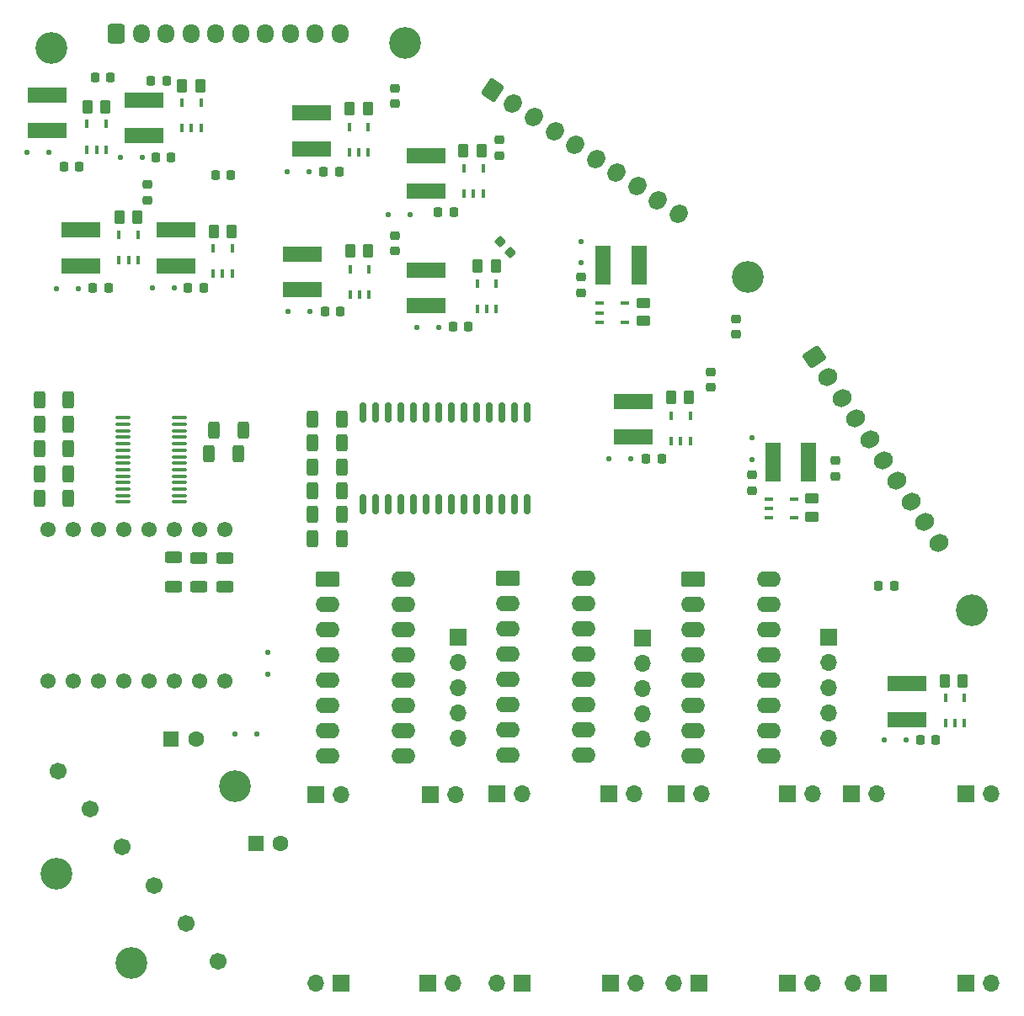
<source format=gbr>
%TF.GenerationSoftware,KiCad,Pcbnew,9.0.0*%
%TF.CreationDate,2025-12-15T13:56:06-05:00*%
%TF.ProjectId,LightDisc,4c696768-7444-4697-9363-2e6b69636164,rev?*%
%TF.SameCoordinates,Original*%
%TF.FileFunction,Soldermask,Top*%
%TF.FilePolarity,Negative*%
%FSLAX46Y46*%
G04 Gerber Fmt 4.6, Leading zero omitted, Abs format (unit mm)*
G04 Created by KiCad (PCBNEW 9.0.0) date 2025-12-15 13:56:06*
%MOMM*%
%LPD*%
G01*
G04 APERTURE LIST*
G04 Aperture macros list*
%AMRoundRect*
0 Rectangle with rounded corners*
0 $1 Rounding radius*
0 $2 $3 $4 $5 $6 $7 $8 $9 X,Y pos of 4 corners*
0 Add a 4 corners polygon primitive as box body*
4,1,4,$2,$3,$4,$5,$6,$7,$8,$9,$2,$3,0*
0 Add four circle primitives for the rounded corners*
1,1,$1+$1,$2,$3*
1,1,$1+$1,$4,$5*
1,1,$1+$1,$6,$7*
1,1,$1+$1,$8,$9*
0 Add four rect primitives between the rounded corners*
20,1,$1+$1,$2,$3,$4,$5,0*
20,1,$1+$1,$4,$5,$6,$7,0*
20,1,$1+$1,$6,$7,$8,$9,0*
20,1,$1+$1,$8,$9,$2,$3,0*%
%AMHorizOval*
0 Thick line with rounded ends*
0 $1 width*
0 $2 $3 position (X,Y) of the first rounded end (center of the circle)*
0 $4 $5 position (X,Y) of the second rounded end (center of the circle)*
0 Add line between two ends*
20,1,$1,$2,$3,$4,$5,0*
0 Add two circle primitives to create the rounded ends*
1,1,$1,$2,$3*
1,1,$1,$4,$5*%
G04 Aperture macros list end*
%ADD10RoundRect,0.125000X-0.125000X0.125000X-0.125000X-0.125000X0.125000X-0.125000X0.125000X0.125000X0*%
%ADD11RoundRect,0.250000X-0.600000X-0.725000X0.600000X-0.725000X0.600000X0.725000X-0.600000X0.725000X0*%
%ADD12O,1.700000X1.950000*%
%ADD13R,1.498600X3.987800*%
%ADD14RoundRect,0.125000X0.125000X-0.125000X0.125000X0.125000X-0.125000X0.125000X-0.125000X-0.125000X0*%
%ADD15R,0.952500X0.457200*%
%ADD16RoundRect,0.250000X-0.450000X0.262500X-0.450000X-0.262500X0.450000X-0.262500X0.450000X0.262500X0*%
%ADD17RoundRect,0.225000X0.250000X-0.225000X0.250000X0.225000X-0.250000X0.225000X-0.250000X-0.225000X0*%
%ADD18RoundRect,0.225000X-0.250000X0.225000X-0.250000X-0.225000X0.250000X-0.225000X0.250000X0.225000X0*%
%ADD19RoundRect,0.250000X-0.901392X-0.270402X0.097057X-0.936058X0.901392X0.270402X-0.097057X0.936058X0*%
%ADD20HorizOval,1.700000X-0.069339X-0.104005X0.069339X0.104005X0*%
%ADD21RoundRect,0.250000X-0.936060X0.097041X-0.270386X-0.901397X0.936060X-0.097041X0.270386X0.901397X0*%
%ADD22HorizOval,1.700000X-0.104004X-0.069341X0.104004X0.069341X0*%
%ADD23R,1.700000X1.700000*%
%ADD24O,1.700000X1.700000*%
%ADD25RoundRect,0.225000X-0.225000X-0.250000X0.225000X-0.250000X0.225000X0.250000X-0.225000X0.250000X0*%
%ADD26RoundRect,0.225000X-0.335876X-0.017678X-0.017678X-0.335876X0.335876X0.017678X0.017678X0.335876X0*%
%ADD27RoundRect,0.250000X-0.262500X-0.450000X0.262500X-0.450000X0.262500X0.450000X-0.262500X0.450000X0*%
%ADD28R,3.987800X1.498600*%
%ADD29C,1.701800*%
%ADD30R,0.457200X0.952500*%
%ADD31RoundRect,0.250000X-0.312500X-0.625000X0.312500X-0.625000X0.312500X0.625000X-0.312500X0.625000X0*%
%ADD32C,3.200000*%
%ADD33RoundRect,0.250000X-0.625000X0.312500X-0.625000X-0.312500X0.625000X-0.312500X0.625000X0.312500X0*%
%ADD34RoundRect,0.100000X-0.637500X-0.100000X0.637500X-0.100000X0.637500X0.100000X-0.637500X0.100000X0*%
%ADD35RoundRect,0.250000X-0.950000X-0.550000X0.950000X-0.550000X0.950000X0.550000X-0.950000X0.550000X0*%
%ADD36O,2.400000X1.600000*%
%ADD37RoundRect,0.125000X-0.125000X-0.125000X0.125000X-0.125000X0.125000X0.125000X-0.125000X0.125000X0*%
%ADD38RoundRect,0.125000X0.125000X0.125000X-0.125000X0.125000X-0.125000X-0.125000X0.125000X-0.125000X0*%
%ADD39C,1.552000*%
%ADD40RoundRect,0.250000X0.312500X0.625000X-0.312500X0.625000X-0.312500X-0.625000X0.312500X-0.625000X0*%
%ADD41R,1.600000X1.600000*%
%ADD42C,1.600000*%
%ADD43RoundRect,0.150000X-0.150000X0.875000X-0.150000X-0.875000X0.150000X-0.875000X0.150000X0.875000X0*%
%ADD44RoundRect,0.225000X0.225000X0.250000X-0.225000X0.250000X-0.225000X-0.250000X0.225000X-0.250000X0*%
G04 APERTURE END LIST*
D10*
%TO.C,D14*%
X146750000Y-84800000D03*
X146750000Y-87000000D03*
%TD*%
D11*
%TO.C,J2*%
X131500000Y-22500000D03*
D12*
X134000000Y-22500000D03*
X136500000Y-22500000D03*
X139000000Y-22500000D03*
X141500000Y-22500000D03*
X144000000Y-22500000D03*
X146500000Y-22500000D03*
X149000000Y-22500000D03*
X151500000Y-22500000D03*
X154000000Y-22500000D03*
%TD*%
D13*
%TO.C,L9*%
X180454812Y-45800000D03*
X184061612Y-45800000D03*
%TD*%
D14*
%TO.C,D9*%
X178258212Y-43400000D03*
X178258212Y-45600000D03*
%TD*%
D15*
%TO.C,U16*%
X182634562Y-49649999D03*
X182634562Y-51550001D03*
X180081862Y-51550001D03*
X180081862Y-50600000D03*
X180081862Y-49649999D03*
%TD*%
D16*
%TO.C,R16*%
X184458212Y-51412500D03*
X184458212Y-49587500D03*
%TD*%
D17*
%TO.C,C25*%
X178258212Y-47025000D03*
X178258212Y-48575000D03*
%TD*%
D16*
%TO.C,R18*%
X201396600Y-69275000D03*
X201396600Y-71100000D03*
%TD*%
D13*
%TO.C,L11*%
X201100000Y-65600000D03*
X197493200Y-65600000D03*
%TD*%
D15*
%TO.C,U18*%
X197120250Y-69349999D03*
X197120250Y-70300000D03*
X197120250Y-71250001D03*
X199672950Y-71250001D03*
X199672950Y-69349999D03*
%TD*%
D14*
%TO.C,D11*%
X195396600Y-65400000D03*
X195396600Y-63200000D03*
%TD*%
D18*
%TO.C,C31*%
X203750000Y-65475000D03*
X203750000Y-67025000D03*
%TD*%
D19*
%TO.C,J12*%
X169319381Y-28179294D03*
D20*
X171399484Y-29566078D03*
X173479587Y-30952863D03*
X175559690Y-32339647D03*
X177639794Y-33726431D03*
X179719897Y-35113216D03*
X181800000Y-36500000D03*
X183880103Y-37886784D03*
X185960206Y-39273569D03*
X188040309Y-40660353D03*
%TD*%
D21*
%TO.C,J19*%
X201679294Y-55019381D03*
D22*
X203066114Y-57099461D03*
X204452936Y-59179538D03*
X205839756Y-61259617D03*
X207226576Y-63339697D03*
X208613399Y-65419776D03*
X210000218Y-67499855D03*
X211387038Y-69579934D03*
X212773859Y-71660012D03*
X214160681Y-73740091D03*
%TD*%
D23*
%TO.C,J20*%
X165875844Y-83262500D03*
D24*
X165875844Y-85802500D03*
X165875844Y-88342500D03*
X165875844Y-90882500D03*
X165875844Y-93422500D03*
%TD*%
D23*
%TO.C,J11*%
X184390000Y-83350000D03*
D24*
X184390000Y-85890000D03*
X184390000Y-88430000D03*
X184390000Y-90970000D03*
X184390000Y-93510000D03*
%TD*%
D23*
%TO.C,J14*%
X203120000Y-83240000D03*
D24*
X203120000Y-85780000D03*
X203120000Y-88320000D03*
X203120000Y-90860000D03*
X203120000Y-93400000D03*
%TD*%
D25*
%TO.C,C32*%
X208145000Y-78100000D03*
X209695000Y-78100000D03*
%TD*%
D18*
%TO.C,C23*%
X159500000Y-42825000D03*
X159500000Y-44375000D03*
%TD*%
%TO.C,C30*%
X191250000Y-56525000D03*
X191250000Y-58075000D03*
%TD*%
%TO.C,C21*%
X159500000Y-28025000D03*
X159500000Y-29575000D03*
%TD*%
%TO.C,C22*%
X170000000Y-33225000D03*
X170000000Y-34775000D03*
%TD*%
%TO.C,C29*%
X193800000Y-51200000D03*
X193800000Y-52750000D03*
%TD*%
D25*
%TO.C,C14*%
X134975000Y-27250000D03*
X136525000Y-27250000D03*
%TD*%
D26*
%TO.C,C24*%
X170051992Y-43451992D03*
X171148008Y-44548008D03*
%TD*%
D25*
%TO.C,C13*%
X129345000Y-26900000D03*
X130895000Y-26900000D03*
%TD*%
D18*
%TO.C,C15*%
X134600000Y-37725000D03*
X134600000Y-39275000D03*
%TD*%
D25*
%TO.C,C16*%
X141475000Y-36750000D03*
X143025000Y-36750000D03*
%TD*%
D27*
%TO.C,R17*%
X187237499Y-59119424D03*
X189062499Y-59119424D03*
%TD*%
D28*
%TO.C,L6*%
X162625000Y-34768200D03*
X162625000Y-38375000D03*
%TD*%
D29*
%TO.C,J13*%
X125644247Y-96679110D03*
X128858185Y-100509332D03*
X132072123Y-104339554D03*
X135286061Y-108169777D03*
X138500000Y-112000000D03*
X141713938Y-115830222D03*
%TD*%
D30*
%TO.C,U14*%
X154993649Y-48752700D03*
X155943650Y-48752700D03*
X156893651Y-48752700D03*
X156893651Y-46200000D03*
X154993649Y-46200000D03*
%TD*%
D23*
%TO.C,J16*%
X190055000Y-118025000D03*
D24*
X187515000Y-118025000D03*
%TD*%
D23*
%TO.C,J9*%
X181010000Y-98975000D03*
D24*
X183550000Y-98975000D03*
%TD*%
D28*
%TO.C,L4*%
X137487500Y-42296600D03*
X137487500Y-45903400D03*
%TD*%
D31*
%TO.C,R28*%
X140837500Y-64800000D03*
X143762500Y-64800000D03*
%TD*%
D32*
%TO.C,H3*%
X125000000Y-24000000D03*
%TD*%
D23*
%TO.C,J10*%
X169760000Y-99000000D03*
D24*
X172300000Y-99000000D03*
%TD*%
D33*
%TO.C,R20*%
X137200000Y-75200000D03*
X137200000Y-78125000D03*
%TD*%
D28*
%TO.C,L8*%
X162600000Y-46296600D03*
X162600000Y-49903400D03*
%TD*%
D34*
%TO.C,U2*%
X132137500Y-61175000D03*
X132137500Y-61825000D03*
X132137500Y-62475000D03*
X132137500Y-63125000D03*
X132137500Y-63775000D03*
X132137500Y-64425000D03*
X132137500Y-65075000D03*
X132137500Y-65725000D03*
X132137500Y-66375000D03*
X132137500Y-67025000D03*
X132137500Y-67675000D03*
X132137500Y-68325000D03*
X132137500Y-68975000D03*
X132137500Y-69625000D03*
X137862500Y-69625000D03*
X137862500Y-68975000D03*
X137862500Y-68325000D03*
X137862500Y-67675000D03*
X137862500Y-67025000D03*
X137862500Y-66375000D03*
X137862500Y-65725000D03*
X137862500Y-65075000D03*
X137862500Y-64425000D03*
X137862500Y-63775000D03*
X137862500Y-63125000D03*
X137862500Y-62475000D03*
X137862500Y-61825000D03*
X137862500Y-61175000D03*
%TD*%
D35*
%TO.C,Q1*%
X170890000Y-77310000D03*
D36*
X170890000Y-79850000D03*
X170890000Y-82390000D03*
X170890000Y-84930000D03*
X170890000Y-87470000D03*
X170890000Y-90010000D03*
X170890000Y-92550000D03*
X170890000Y-95090000D03*
X178510000Y-95090000D03*
X178510000Y-92550000D03*
X178510000Y-90010000D03*
X178510000Y-87470000D03*
X178510000Y-84930000D03*
X178510000Y-82390000D03*
X178510000Y-79850000D03*
X178510000Y-77310000D03*
%TD*%
D32*
%TO.C,H1*%
X133000000Y-116000000D03*
%TD*%
D37*
%TO.C,D13*%
X143400000Y-93000000D03*
X145600000Y-93000000D03*
%TD*%
D23*
%TO.C,J18*%
X187765000Y-99025000D03*
D24*
X190305000Y-99025000D03*
%TD*%
D30*
%TO.C,U9*%
X138099998Y-32052700D03*
X139049999Y-32052700D03*
X140000000Y-32052700D03*
X140000000Y-29500000D03*
X138099998Y-29500000D03*
%TD*%
D27*
%TO.C,R9*%
X141275000Y-42400000D03*
X143100000Y-42400000D03*
%TD*%
D38*
%TO.C,D6*%
X127712500Y-48200000D03*
X125512500Y-48200000D03*
%TD*%
D23*
%TO.C,J24*%
X205390000Y-99000000D03*
D24*
X207930000Y-99000000D03*
%TD*%
D39*
%TO.C,U1*%
X142380000Y-72380000D03*
X139840000Y-72380000D03*
X137300000Y-72380000D03*
X134760000Y-72380000D03*
X129680000Y-72380000D03*
X132220000Y-72380000D03*
X124600000Y-87620000D03*
X124600000Y-72380000D03*
X127140000Y-87620000D03*
X129680000Y-87620000D03*
X132220000Y-87620000D03*
X134760000Y-87620000D03*
X137300000Y-87620000D03*
X139840000Y-87620000D03*
X142380000Y-87620000D03*
X127140000Y-72380000D03*
%TD*%
D40*
%TO.C,R27*%
X126662500Y-59375000D03*
X123737500Y-59375000D03*
%TD*%
D28*
%TO.C,L10*%
X183449999Y-59516024D03*
X183449999Y-63122824D03*
%TD*%
D40*
%TO.C,R5*%
X154162500Y-63700000D03*
X151237500Y-63700000D03*
%TD*%
D23*
%TO.C,J5*%
X163030000Y-99050000D03*
D24*
X165570000Y-99050000D03*
%TD*%
D28*
%TO.C,L3*%
X127912500Y-42296600D03*
X127912500Y-45903400D03*
%TD*%
D33*
%TO.C,R15*%
X139800000Y-75237500D03*
X139800000Y-78162500D03*
%TD*%
D40*
%TO.C,R24*%
X126662500Y-66775000D03*
X123737500Y-66775000D03*
%TD*%
D38*
%TO.C,D1*%
X150903400Y-36403400D03*
X148703400Y-36403400D03*
%TD*%
D23*
%TO.C,J15*%
X198975000Y-118025000D03*
D24*
X201515000Y-118025000D03*
%TD*%
D32*
%TO.C,H5*%
X195000000Y-47000000D03*
%TD*%
D38*
%TO.C,D4*%
X163903400Y-52100000D03*
X161703400Y-52100000D03*
%TD*%
D27*
%TO.C,R14*%
X167840899Y-45900000D03*
X169665899Y-45900000D03*
%TD*%
D33*
%TO.C,R10*%
X142400000Y-75237500D03*
X142400000Y-78162500D03*
%TD*%
D31*
%TO.C,R22*%
X141337500Y-62400000D03*
X144262500Y-62400000D03*
%TD*%
D40*
%TO.C,R23*%
X126662500Y-69275000D03*
X123737500Y-69275000D03*
%TD*%
D30*
%TO.C,U13*%
X166471599Y-38647950D03*
X167421600Y-38647950D03*
X168371601Y-38647950D03*
X168371601Y-36095250D03*
X166471599Y-36095250D03*
%TD*%
D32*
%TO.C,H7*%
X125500000Y-107000000D03*
%TD*%
D41*
%TO.C,C2*%
X145500000Y-104000000D03*
D42*
X148000000Y-104000000D03*
%TD*%
D40*
%TO.C,R25*%
X126662500Y-64275000D03*
X123737500Y-64275000D03*
%TD*%
D41*
%TO.C,C1*%
X137000000Y-93500000D03*
D42*
X139500000Y-93500000D03*
%TD*%
D35*
%TO.C,Q3*%
X152755844Y-77380000D03*
D36*
X152755844Y-79920000D03*
X152755844Y-82460000D03*
X152755844Y-85000000D03*
X152755844Y-87540000D03*
X152755844Y-90080000D03*
X152755844Y-92620000D03*
X152755844Y-95160000D03*
X160375844Y-95160000D03*
X160375844Y-92620000D03*
X160375844Y-90080000D03*
X160375844Y-87540000D03*
X160375844Y-85000000D03*
X160375844Y-82460000D03*
X160375844Y-79920000D03*
X160375844Y-77380000D03*
%TD*%
D23*
%TO.C,J6*%
X151530000Y-99050000D03*
D24*
X154070000Y-99050000D03*
%TD*%
D30*
%TO.C,U11*%
X141237499Y-46676350D03*
X142187500Y-46676350D03*
X143137501Y-46676350D03*
X143137501Y-44123650D03*
X141237499Y-44123650D03*
%TD*%
%TO.C,U12*%
X154903398Y-34456100D03*
X155853399Y-34456100D03*
X156803400Y-34456100D03*
X156803400Y-31903400D03*
X154903398Y-31903400D03*
%TD*%
D27*
%TO.C,R7*%
X138087500Y-27750000D03*
X139912500Y-27750000D03*
%TD*%
D23*
%TO.C,J8*%
X172260000Y-118000000D03*
D24*
X169720000Y-118000000D03*
%TD*%
D38*
%TO.C,D3*%
X150920000Y-50500000D03*
X148720000Y-50500000D03*
%TD*%
D40*
%TO.C,R1*%
X154162500Y-61300000D03*
X151237500Y-61300000D03*
%TD*%
D38*
%TO.C,D10*%
X183249999Y-65319424D03*
X181049999Y-65319424D03*
%TD*%
D32*
%TO.C,H6*%
X160500000Y-23500000D03*
%TD*%
D30*
%TO.C,U15*%
X167803398Y-50200000D03*
X168753399Y-50200000D03*
X169703400Y-50200000D03*
X169703400Y-47647300D03*
X167803398Y-47647300D03*
%TD*%
D28*
%TO.C,L7*%
X150200000Y-44696600D03*
X150200000Y-48303400D03*
%TD*%
D23*
%TO.C,J3*%
X162820000Y-118050000D03*
D24*
X165360000Y-118050000D03*
%TD*%
D40*
%TO.C,R4*%
X154162500Y-68500000D03*
X151237500Y-68500000D03*
%TD*%
D38*
%TO.C,D2*%
X161000000Y-40700000D03*
X158800000Y-40700000D03*
%TD*%
%TO.C,D8*%
X124700000Y-34500000D03*
X122500000Y-34500000D03*
%TD*%
D23*
%TO.C,J22*%
X208140000Y-118000000D03*
D24*
X205600000Y-118000000D03*
%TD*%
D28*
%TO.C,L5*%
X151100000Y-30500000D03*
X151100000Y-34106800D03*
%TD*%
D27*
%TO.C,R11*%
X154940899Y-30103400D03*
X156765899Y-30103400D03*
%TD*%
%TO.C,R13*%
X155007500Y-44400000D03*
X156832500Y-44400000D03*
%TD*%
%TO.C,R12*%
X166403400Y-34271600D03*
X168228400Y-34271600D03*
%TD*%
D40*
%TO.C,R26*%
X126662500Y-61775000D03*
X123737500Y-61775000D03*
%TD*%
D23*
%TO.C,J23*%
X216890000Y-99000000D03*
D24*
X219430000Y-99000000D03*
%TD*%
D40*
%TO.C,R3*%
X154162500Y-73300000D03*
X151237500Y-73300000D03*
%TD*%
D23*
%TO.C,J17*%
X198975000Y-99025000D03*
D24*
X201515000Y-99025000D03*
%TD*%
D27*
%TO.C,R19*%
X214787500Y-87603400D03*
X216612500Y-87603400D03*
%TD*%
D23*
%TO.C,J4*%
X154110000Y-118025000D03*
D24*
X151570000Y-118025000D03*
%TD*%
D30*
%TO.C,U17*%
X187299998Y-63495774D03*
X188249999Y-63495774D03*
X189200000Y-63495774D03*
X189200000Y-60943074D03*
X187299998Y-60943074D03*
%TD*%
D38*
%TO.C,D7*%
X134100000Y-35000000D03*
X131900000Y-35000000D03*
%TD*%
D32*
%TO.C,H2*%
X143400000Y-98200000D03*
%TD*%
D30*
%TO.C,U19*%
X214849999Y-91879750D03*
X215800000Y-91879750D03*
X216750001Y-91879750D03*
X216750001Y-89327050D03*
X214849999Y-89327050D03*
%TD*%
D40*
%TO.C,R21*%
X154162500Y-66100000D03*
X151237500Y-66100000D03*
%TD*%
D23*
%TO.C,J7*%
X181220000Y-118000000D03*
D24*
X183760000Y-118000000D03*
%TD*%
D30*
%TO.C,U10*%
X131762499Y-45276350D03*
X132712500Y-45276350D03*
X133662501Y-45276350D03*
X133662501Y-42723650D03*
X131762499Y-42723650D03*
%TD*%
D38*
%TO.C,D5*%
X137287500Y-48100000D03*
X135087500Y-48100000D03*
%TD*%
D27*
%TO.C,R8*%
X131800000Y-41000000D03*
X133625000Y-41000000D03*
%TD*%
D43*
%TO.C,U4*%
X172800000Y-60600000D03*
X171530000Y-60600000D03*
X170260000Y-60600000D03*
X168990000Y-60600000D03*
X167720000Y-60600000D03*
X166450000Y-60600000D03*
X165180000Y-60600000D03*
X163910000Y-60600000D03*
X162640000Y-60600000D03*
X161370000Y-60600000D03*
X160100000Y-60600000D03*
X158830000Y-60600000D03*
X157560000Y-60600000D03*
X156290000Y-60600000D03*
X156290000Y-69900000D03*
X157560000Y-69900000D03*
X158830000Y-69900000D03*
X160100000Y-69900000D03*
X161370000Y-69900000D03*
X162640000Y-69900000D03*
X163910000Y-69900000D03*
X165180000Y-69900000D03*
X166450000Y-69900000D03*
X167720000Y-69900000D03*
X168990000Y-69900000D03*
X170260000Y-69900000D03*
X171530000Y-69900000D03*
X172800000Y-69900000D03*
%TD*%
D30*
%TO.C,U8*%
X128549999Y-34176350D03*
X129500000Y-34176350D03*
X130450001Y-34176350D03*
X130450001Y-31623650D03*
X128549999Y-31623650D03*
%TD*%
D23*
%TO.C,J21*%
X216890000Y-118000000D03*
D24*
X219430000Y-118000000D03*
%TD*%
D27*
%TO.C,R6*%
X128587500Y-29900000D03*
X130412500Y-29900000D03*
%TD*%
D38*
%TO.C,D12*%
X210900000Y-93603400D03*
X208700000Y-93603400D03*
%TD*%
D28*
%TO.C,L1*%
X124500000Y-28696600D03*
X124500000Y-32303400D03*
%TD*%
%TO.C,L2*%
X134250000Y-29196600D03*
X134250000Y-32803400D03*
%TD*%
D40*
%TO.C,R2*%
X154162500Y-70900000D03*
X151237500Y-70900000D03*
%TD*%
D28*
%TO.C,L12*%
X211000000Y-87900000D03*
X211000000Y-91506800D03*
%TD*%
D35*
%TO.C,Q2*%
X189500000Y-77400000D03*
D36*
X189500000Y-79940000D03*
X189500000Y-82480000D03*
X189500000Y-85020000D03*
X189500000Y-87560000D03*
X189500000Y-90100000D03*
X189500000Y-92640000D03*
X189500000Y-95180000D03*
X197120000Y-95180000D03*
X197120000Y-92640000D03*
X197120000Y-90100000D03*
X197120000Y-87560000D03*
X197120000Y-85020000D03*
X197120000Y-82480000D03*
X197120000Y-79940000D03*
X197120000Y-77400000D03*
%TD*%
D32*
%TO.C,H4*%
X217500000Y-80500000D03*
%TD*%
D44*
%TO.C,C19*%
X153995000Y-50500000D03*
X152445000Y-50500000D03*
%TD*%
%TO.C,C10*%
X137025000Y-35000000D03*
X135475000Y-35000000D03*
%TD*%
D17*
%TO.C,C27*%
X195396600Y-68475000D03*
X195396600Y-66925000D03*
%TD*%
D44*
%TO.C,C9*%
X127775000Y-35900000D03*
X126225000Y-35900000D03*
%TD*%
%TO.C,C11*%
X130687500Y-48100000D03*
X129137500Y-48100000D03*
%TD*%
%TO.C,C17*%
X153878400Y-36403400D03*
X152328400Y-36403400D03*
%TD*%
%TO.C,C18*%
X165400000Y-40471600D03*
X163850000Y-40471600D03*
%TD*%
%TO.C,C28*%
X213875000Y-93603400D03*
X212325000Y-93603400D03*
%TD*%
%TO.C,C20*%
X166878400Y-52000000D03*
X165328400Y-52000000D03*
%TD*%
%TO.C,C12*%
X140262500Y-48100000D03*
X138712500Y-48100000D03*
%TD*%
%TO.C,C26*%
X186324999Y-65319424D03*
X184774999Y-65319424D03*
%TD*%
M02*

</source>
